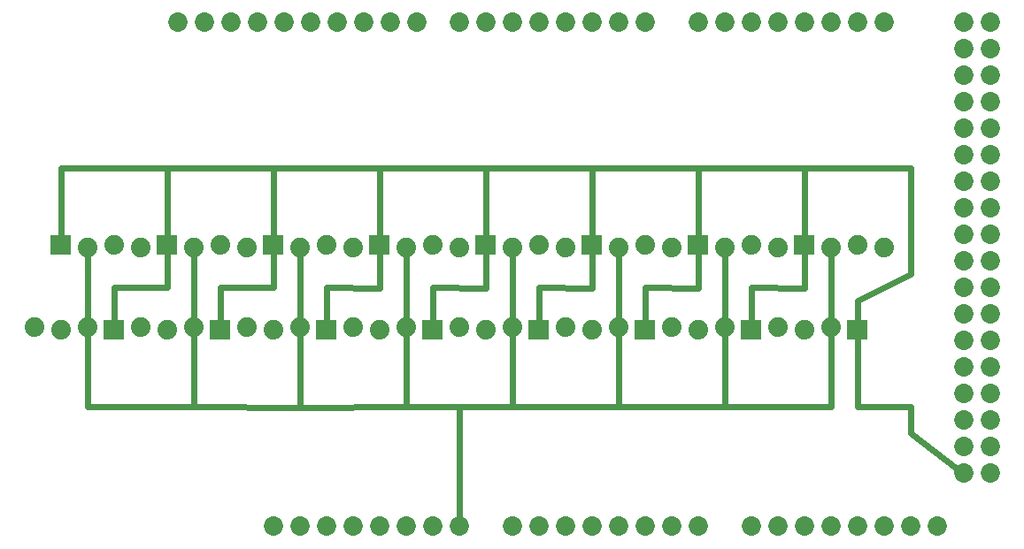
<source format=gbl>
G04 MADE WITH FRITZING*
G04 WWW.FRITZING.ORG*
G04 DOUBLE SIDED*
G04 HOLES PLATED*
G04 CONTOUR ON CENTER OF CONTOUR VECTOR*
%ASAXBY*%
%FSLAX23Y23*%
%MOIN*%
%OFA0B0*%
%SFA1.0B1.0*%
%ADD10C,0.072917*%
%ADD11C,0.074000*%
%ADD12C,0.024000*%
%ADD13R,0.001000X0.001000*%
%LNCOPPER0*%
G90*
G70*
G54D10*
X3013Y155D03*
X1413Y155D03*
X3113Y155D03*
X3213Y155D03*
X3313Y155D03*
X3413Y155D03*
X3713Y1555D03*
X3513Y155D03*
X3613Y155D03*
X1453Y2055D03*
X2013Y155D03*
X2113Y155D03*
X2213Y155D03*
X2313Y155D03*
X3713Y755D03*
X2413Y155D03*
X2513Y155D03*
X2613Y155D03*
X2713Y155D03*
X2213Y2055D03*
X3713Y1955D03*
X3713Y1155D03*
X3713Y355D03*
X1053Y2055D03*
X1813Y155D03*
X1813Y2055D03*
X3713Y1755D03*
X3713Y1355D03*
X3713Y955D03*
X3413Y2055D03*
X3713Y555D03*
X3313Y2055D03*
X3213Y2055D03*
X3113Y2055D03*
X3013Y2055D03*
X2913Y2055D03*
X2813Y2055D03*
X2713Y2055D03*
X853Y2055D03*
X1253Y2055D03*
X1653Y2055D03*
X1213Y155D03*
X1613Y155D03*
X2413Y2055D03*
X2013Y2055D03*
X3713Y2055D03*
X3713Y1855D03*
X3713Y1655D03*
X3713Y1455D03*
X3713Y1255D03*
X3713Y1055D03*
X3713Y855D03*
X3713Y655D03*
X3713Y455D03*
X753Y2055D03*
X953Y2055D03*
X1153Y2055D03*
X1353Y2055D03*
X1553Y2055D03*
X1113Y155D03*
X1313Y155D03*
X1513Y155D03*
X1713Y155D03*
X2513Y2055D03*
X2313Y2055D03*
X2113Y2055D03*
X1913Y2055D03*
X3813Y2055D03*
X3813Y1955D03*
X3813Y1855D03*
X3813Y1755D03*
X3813Y1655D03*
X3813Y1555D03*
X3813Y1455D03*
X3813Y1355D03*
X3813Y1255D03*
X3813Y1155D03*
X3813Y1055D03*
X3813Y955D03*
X3813Y855D03*
X3813Y755D03*
X3813Y655D03*
X3813Y555D03*
X3813Y455D03*
X3813Y355D03*
X2913Y155D03*
G54D11*
X2713Y1215D03*
X2813Y1205D03*
X2913Y1215D03*
X3013Y1205D03*
X3113Y1215D03*
X3213Y1205D03*
X3313Y1215D03*
X3413Y1205D03*
X2113Y895D03*
X2013Y905D03*
X1913Y895D03*
X1813Y905D03*
X2913Y895D03*
X2813Y905D03*
X2713Y895D03*
X2613Y905D03*
X3313Y895D03*
X3213Y905D03*
X3113Y895D03*
X3013Y905D03*
X513Y895D03*
X413Y905D03*
X313Y895D03*
X213Y905D03*
X2513Y895D03*
X2413Y905D03*
X2313Y895D03*
X2213Y905D03*
X1713Y895D03*
X1613Y905D03*
X1513Y895D03*
X1413Y905D03*
X913Y895D03*
X813Y905D03*
X713Y895D03*
X613Y905D03*
X313Y1215D03*
X413Y1205D03*
X513Y1215D03*
X613Y1205D03*
X713Y1215D03*
X813Y1205D03*
X913Y1215D03*
X1013Y1205D03*
X1113Y1215D03*
X1213Y1205D03*
X1313Y1215D03*
X1413Y1205D03*
X1513Y1215D03*
X1613Y1205D03*
X1713Y1215D03*
X1813Y1205D03*
X1913Y1215D03*
X2013Y1205D03*
X2113Y1215D03*
X2213Y1205D03*
X2313Y1215D03*
X2413Y1205D03*
X2513Y1215D03*
X2613Y1205D03*
X1313Y895D03*
X1213Y905D03*
X1113Y895D03*
X1013Y905D03*
G54D12*
X1814Y605D02*
X2014Y605D01*
D02*
X1813Y185D02*
X1814Y605D01*
D02*
X2014Y605D02*
X2013Y874D01*
D02*
X3313Y1005D02*
X3513Y1105D01*
D02*
X3513Y1105D02*
X3513Y1505D01*
D02*
X3113Y1505D02*
X3113Y1246D01*
D02*
X3313Y926D02*
X3313Y1005D01*
D02*
X3513Y1505D02*
X3113Y1505D01*
D02*
X3513Y505D02*
X3513Y605D01*
D02*
X3313Y605D02*
X3313Y864D01*
D02*
X3689Y373D02*
X3513Y505D01*
D02*
X3513Y605D02*
X3313Y605D01*
D02*
X2914Y1056D02*
X2913Y926D01*
D02*
X3113Y1184D02*
X3113Y1054D01*
D02*
X3113Y1054D02*
X2914Y1056D01*
D02*
X1314Y1056D02*
X1313Y926D01*
D02*
X1513Y1184D02*
X1513Y1054D01*
D02*
X1513Y1054D02*
X1314Y1056D01*
D02*
X1714Y1056D02*
X1913Y1054D01*
D02*
X1713Y926D02*
X1714Y1056D01*
D02*
X1913Y1054D02*
X1913Y1184D01*
D02*
X2114Y1056D02*
X2113Y926D01*
D02*
X2313Y1184D02*
X2313Y1054D01*
D02*
X2313Y1054D02*
X2114Y1056D01*
D02*
X2514Y1056D02*
X2513Y926D01*
D02*
X2713Y1184D02*
X2713Y1054D01*
D02*
X2713Y1054D02*
X2514Y1056D01*
D02*
X514Y1056D02*
X513Y926D01*
D02*
X713Y1184D02*
X713Y1056D01*
D02*
X713Y1056D02*
X514Y1056D01*
D02*
X914Y1056D02*
X1113Y1056D01*
D02*
X913Y926D02*
X914Y1056D01*
D02*
X1113Y1056D02*
X1113Y1184D01*
D02*
X2013Y936D02*
X2013Y1174D01*
D02*
X1613Y936D02*
X1613Y1174D01*
D02*
X1213Y936D02*
X1213Y1174D01*
D02*
X813Y936D02*
X813Y1174D01*
D02*
X413Y936D02*
X413Y1174D01*
D02*
X2813Y605D02*
X3213Y605D01*
D02*
X3213Y605D02*
X3213Y874D01*
D02*
X2813Y874D02*
X2813Y605D01*
D02*
X3213Y1174D02*
X3213Y936D01*
D02*
X2813Y936D02*
X2813Y1174D01*
D02*
X2413Y936D02*
X2413Y1174D01*
D02*
X1215Y603D02*
X1213Y874D01*
D02*
X1613Y605D02*
X1215Y603D01*
D02*
X1613Y605D02*
X1613Y874D01*
D02*
X2013Y605D02*
X1613Y605D01*
D02*
X2413Y605D02*
X2013Y605D01*
D02*
X2013Y605D02*
X2013Y874D01*
D02*
X2413Y874D02*
X2413Y605D01*
D02*
X2413Y605D02*
X2413Y874D01*
D02*
X2813Y605D02*
X2413Y605D01*
D02*
X2813Y874D02*
X2813Y605D01*
D02*
X3113Y1505D02*
X3113Y1246D01*
D02*
X2713Y1505D02*
X3113Y1505D01*
D02*
X2713Y1246D02*
X2713Y1505D01*
D02*
X2713Y1505D02*
X2713Y1246D01*
D02*
X2313Y1505D02*
X2713Y1505D01*
D02*
X2313Y1246D02*
X2313Y1505D01*
D02*
X2313Y1505D02*
X2313Y1246D01*
D02*
X1913Y1505D02*
X2313Y1505D01*
D02*
X1913Y1246D02*
X1913Y1505D01*
D02*
X1913Y1505D02*
X1913Y1246D01*
D02*
X1513Y1505D02*
X1913Y1505D01*
D02*
X1513Y1246D02*
X1513Y1505D01*
D02*
X1113Y1505D02*
X1113Y1246D01*
D02*
X1513Y1505D02*
X1113Y1505D01*
D02*
X1513Y1246D02*
X1513Y1505D01*
D02*
X1113Y1505D02*
X713Y1505D01*
D02*
X713Y1505D02*
X713Y1246D01*
D02*
X1113Y1246D02*
X1113Y1505D01*
D02*
X413Y605D02*
X413Y874D01*
D02*
X813Y605D02*
X413Y605D01*
D02*
X813Y605D02*
X813Y874D01*
D02*
X1215Y603D02*
X813Y605D01*
D02*
X313Y1505D02*
X313Y1246D01*
D02*
X713Y1505D02*
X313Y1505D01*
D02*
X713Y1246D02*
X713Y1505D01*
G54D13*
X276Y1252D02*
X349Y1252D01*
X676Y1252D02*
X749Y1252D01*
X1076Y1252D02*
X1149Y1252D01*
X1476Y1252D02*
X1549Y1252D01*
X1876Y1252D02*
X1949Y1252D01*
X2276Y1252D02*
X2349Y1252D01*
X2676Y1252D02*
X2749Y1252D01*
X3076Y1252D02*
X3149Y1252D01*
X276Y1251D02*
X349Y1251D01*
X676Y1251D02*
X749Y1251D01*
X1076Y1251D02*
X1149Y1251D01*
X1476Y1251D02*
X1549Y1251D01*
X1876Y1251D02*
X1949Y1251D01*
X2276Y1251D02*
X2349Y1251D01*
X2676Y1251D02*
X2749Y1251D01*
X3076Y1251D02*
X3149Y1251D01*
X276Y1250D02*
X349Y1250D01*
X676Y1250D02*
X749Y1250D01*
X1076Y1250D02*
X1149Y1250D01*
X1476Y1250D02*
X1549Y1250D01*
X1876Y1250D02*
X1949Y1250D01*
X2276Y1250D02*
X2349Y1250D01*
X2676Y1250D02*
X2749Y1250D01*
X3076Y1250D02*
X3149Y1250D01*
X276Y1249D02*
X349Y1249D01*
X676Y1249D02*
X749Y1249D01*
X1076Y1249D02*
X1149Y1249D01*
X1476Y1249D02*
X1549Y1249D01*
X1876Y1249D02*
X1949Y1249D01*
X2276Y1249D02*
X2349Y1249D01*
X2676Y1249D02*
X2749Y1249D01*
X3076Y1249D02*
X3149Y1249D01*
X276Y1248D02*
X349Y1248D01*
X676Y1248D02*
X749Y1248D01*
X1076Y1248D02*
X1149Y1248D01*
X1476Y1248D02*
X1549Y1248D01*
X1876Y1248D02*
X1949Y1248D01*
X2276Y1248D02*
X2349Y1248D01*
X2676Y1248D02*
X2749Y1248D01*
X3076Y1248D02*
X3149Y1248D01*
X276Y1247D02*
X349Y1247D01*
X676Y1247D02*
X749Y1247D01*
X1076Y1247D02*
X1149Y1247D01*
X1476Y1247D02*
X1549Y1247D01*
X1876Y1247D02*
X1949Y1247D01*
X2276Y1247D02*
X2349Y1247D01*
X2676Y1247D02*
X2749Y1247D01*
X3076Y1247D02*
X3149Y1247D01*
X276Y1246D02*
X349Y1246D01*
X676Y1246D02*
X749Y1246D01*
X1076Y1246D02*
X1149Y1246D01*
X1476Y1246D02*
X1549Y1246D01*
X1876Y1246D02*
X1949Y1246D01*
X2276Y1246D02*
X2349Y1246D01*
X2676Y1246D02*
X2749Y1246D01*
X3076Y1246D02*
X3149Y1246D01*
X276Y1245D02*
X349Y1245D01*
X676Y1245D02*
X749Y1245D01*
X1076Y1245D02*
X1149Y1245D01*
X1476Y1245D02*
X1549Y1245D01*
X1876Y1245D02*
X1949Y1245D01*
X2276Y1245D02*
X2349Y1245D01*
X2676Y1245D02*
X2749Y1245D01*
X3076Y1245D02*
X3149Y1245D01*
X276Y1244D02*
X349Y1244D01*
X676Y1244D02*
X749Y1244D01*
X1076Y1244D02*
X1149Y1244D01*
X1476Y1244D02*
X1549Y1244D01*
X1876Y1244D02*
X1949Y1244D01*
X2276Y1244D02*
X2349Y1244D01*
X2676Y1244D02*
X2749Y1244D01*
X3076Y1244D02*
X3149Y1244D01*
X276Y1243D02*
X349Y1243D01*
X676Y1243D02*
X749Y1243D01*
X1076Y1243D02*
X1149Y1243D01*
X1476Y1243D02*
X1549Y1243D01*
X1876Y1243D02*
X1949Y1243D01*
X2276Y1243D02*
X2349Y1243D01*
X2676Y1243D02*
X2749Y1243D01*
X3076Y1243D02*
X3149Y1243D01*
X276Y1242D02*
X349Y1242D01*
X676Y1242D02*
X749Y1242D01*
X1076Y1242D02*
X1149Y1242D01*
X1476Y1242D02*
X1549Y1242D01*
X1876Y1242D02*
X1949Y1242D01*
X2276Y1242D02*
X2349Y1242D01*
X2676Y1242D02*
X2749Y1242D01*
X3076Y1242D02*
X3149Y1242D01*
X276Y1241D02*
X349Y1241D01*
X676Y1241D02*
X749Y1241D01*
X1076Y1241D02*
X1149Y1241D01*
X1476Y1241D02*
X1549Y1241D01*
X1876Y1241D02*
X1949Y1241D01*
X2276Y1241D02*
X2349Y1241D01*
X2676Y1241D02*
X2749Y1241D01*
X3076Y1241D02*
X3149Y1241D01*
X276Y1240D02*
X349Y1240D01*
X676Y1240D02*
X749Y1240D01*
X1076Y1240D02*
X1149Y1240D01*
X1476Y1240D02*
X1549Y1240D01*
X1876Y1240D02*
X1949Y1240D01*
X2276Y1240D02*
X2349Y1240D01*
X2676Y1240D02*
X2749Y1240D01*
X3076Y1240D02*
X3149Y1240D01*
X276Y1239D02*
X349Y1239D01*
X676Y1239D02*
X749Y1239D01*
X1076Y1239D02*
X1149Y1239D01*
X1476Y1239D02*
X1549Y1239D01*
X1876Y1239D02*
X1949Y1239D01*
X2276Y1239D02*
X2349Y1239D01*
X2676Y1239D02*
X2749Y1239D01*
X3076Y1239D02*
X3149Y1239D01*
X276Y1238D02*
X349Y1238D01*
X676Y1238D02*
X749Y1238D01*
X1076Y1238D02*
X1149Y1238D01*
X1476Y1238D02*
X1549Y1238D01*
X1876Y1238D02*
X1949Y1238D01*
X2276Y1238D02*
X2349Y1238D01*
X2676Y1238D02*
X2749Y1238D01*
X3076Y1238D02*
X3149Y1238D01*
X276Y1237D02*
X349Y1237D01*
X676Y1237D02*
X749Y1237D01*
X1076Y1237D02*
X1149Y1237D01*
X1476Y1237D02*
X1549Y1237D01*
X1876Y1237D02*
X1949Y1237D01*
X2276Y1237D02*
X2349Y1237D01*
X2676Y1237D02*
X2749Y1237D01*
X3076Y1237D02*
X3149Y1237D01*
X276Y1236D02*
X349Y1236D01*
X676Y1236D02*
X749Y1236D01*
X1076Y1236D02*
X1149Y1236D01*
X1476Y1236D02*
X1549Y1236D01*
X1876Y1236D02*
X1949Y1236D01*
X2276Y1236D02*
X2349Y1236D01*
X2676Y1236D02*
X2749Y1236D01*
X3076Y1236D02*
X3149Y1236D01*
X276Y1235D02*
X308Y1235D01*
X318Y1235D02*
X349Y1235D01*
X676Y1235D02*
X708Y1235D01*
X718Y1235D02*
X749Y1235D01*
X1076Y1235D02*
X1108Y1235D01*
X1118Y1235D02*
X1149Y1235D01*
X1476Y1235D02*
X1508Y1235D01*
X1518Y1235D02*
X1549Y1235D01*
X1876Y1235D02*
X1908Y1235D01*
X1917Y1235D02*
X1949Y1235D01*
X2276Y1235D02*
X2308Y1235D01*
X2317Y1235D02*
X2349Y1235D01*
X2676Y1235D02*
X2708Y1235D01*
X2717Y1235D02*
X2749Y1235D01*
X3076Y1235D02*
X3108Y1235D01*
X3117Y1235D02*
X3149Y1235D01*
X276Y1234D02*
X305Y1234D01*
X321Y1234D02*
X349Y1234D01*
X676Y1234D02*
X705Y1234D01*
X721Y1234D02*
X749Y1234D01*
X1076Y1234D02*
X1105Y1234D01*
X1121Y1234D02*
X1149Y1234D01*
X1476Y1234D02*
X1505Y1234D01*
X1521Y1234D02*
X1549Y1234D01*
X1876Y1234D02*
X1905Y1234D01*
X1921Y1234D02*
X1949Y1234D01*
X2276Y1234D02*
X2305Y1234D01*
X2321Y1234D02*
X2349Y1234D01*
X2676Y1234D02*
X2705Y1234D01*
X2721Y1234D02*
X2749Y1234D01*
X3076Y1234D02*
X3105Y1234D01*
X3121Y1234D02*
X3149Y1234D01*
X276Y1233D02*
X303Y1233D01*
X323Y1233D02*
X349Y1233D01*
X676Y1233D02*
X703Y1233D01*
X723Y1233D02*
X749Y1233D01*
X1076Y1233D02*
X1103Y1233D01*
X1123Y1233D02*
X1149Y1233D01*
X1476Y1233D02*
X1503Y1233D01*
X1523Y1233D02*
X1549Y1233D01*
X1876Y1233D02*
X1903Y1233D01*
X1923Y1233D02*
X1949Y1233D01*
X2276Y1233D02*
X2303Y1233D01*
X2323Y1233D02*
X2349Y1233D01*
X2676Y1233D02*
X2703Y1233D01*
X2723Y1233D02*
X2749Y1233D01*
X3076Y1233D02*
X3103Y1233D01*
X3123Y1233D02*
X3149Y1233D01*
X276Y1232D02*
X301Y1232D01*
X324Y1232D02*
X349Y1232D01*
X676Y1232D02*
X701Y1232D01*
X724Y1232D02*
X749Y1232D01*
X1076Y1232D02*
X1101Y1232D01*
X1124Y1232D02*
X1149Y1232D01*
X1476Y1232D02*
X1501Y1232D01*
X1524Y1232D02*
X1549Y1232D01*
X1876Y1232D02*
X1901Y1232D01*
X1924Y1232D02*
X1949Y1232D01*
X2276Y1232D02*
X2301Y1232D01*
X2324Y1232D02*
X2349Y1232D01*
X2676Y1232D02*
X2701Y1232D01*
X2724Y1232D02*
X2749Y1232D01*
X3076Y1232D02*
X3101Y1232D01*
X3124Y1232D02*
X3149Y1232D01*
X276Y1231D02*
X300Y1231D01*
X326Y1231D02*
X349Y1231D01*
X676Y1231D02*
X700Y1231D01*
X726Y1231D02*
X749Y1231D01*
X1076Y1231D02*
X1100Y1231D01*
X1126Y1231D02*
X1149Y1231D01*
X1476Y1231D02*
X1500Y1231D01*
X1526Y1231D02*
X1549Y1231D01*
X1876Y1231D02*
X1900Y1231D01*
X1926Y1231D02*
X1949Y1231D01*
X2276Y1231D02*
X2300Y1231D01*
X2326Y1231D02*
X2349Y1231D01*
X2676Y1231D02*
X2700Y1231D01*
X2726Y1231D02*
X2749Y1231D01*
X3076Y1231D02*
X3100Y1231D01*
X3126Y1231D02*
X3149Y1231D01*
X276Y1230D02*
X299Y1230D01*
X327Y1230D02*
X349Y1230D01*
X676Y1230D02*
X699Y1230D01*
X727Y1230D02*
X749Y1230D01*
X1076Y1230D02*
X1099Y1230D01*
X1127Y1230D02*
X1149Y1230D01*
X1476Y1230D02*
X1499Y1230D01*
X1527Y1230D02*
X1549Y1230D01*
X1876Y1230D02*
X1898Y1230D01*
X1927Y1230D02*
X1949Y1230D01*
X2276Y1230D02*
X2298Y1230D01*
X2327Y1230D02*
X2349Y1230D01*
X2676Y1230D02*
X2698Y1230D01*
X2727Y1230D02*
X2749Y1230D01*
X3076Y1230D02*
X3098Y1230D01*
X3127Y1230D02*
X3149Y1230D01*
X276Y1229D02*
X298Y1229D01*
X328Y1229D02*
X349Y1229D01*
X676Y1229D02*
X698Y1229D01*
X728Y1229D02*
X749Y1229D01*
X1076Y1229D02*
X1098Y1229D01*
X1128Y1229D02*
X1149Y1229D01*
X1476Y1229D02*
X1498Y1229D01*
X1528Y1229D02*
X1549Y1229D01*
X1876Y1229D02*
X1898Y1229D01*
X1928Y1229D02*
X1949Y1229D01*
X2276Y1229D02*
X2297Y1229D01*
X2328Y1229D02*
X2349Y1229D01*
X2676Y1229D02*
X2697Y1229D01*
X2728Y1229D02*
X2749Y1229D01*
X3076Y1229D02*
X3097Y1229D01*
X3128Y1229D02*
X3149Y1229D01*
X276Y1228D02*
X297Y1228D01*
X329Y1228D02*
X349Y1228D01*
X676Y1228D02*
X697Y1228D01*
X729Y1228D02*
X749Y1228D01*
X1076Y1228D02*
X1097Y1228D01*
X1129Y1228D02*
X1149Y1228D01*
X1476Y1228D02*
X1497Y1228D01*
X1529Y1228D02*
X1549Y1228D01*
X1876Y1228D02*
X1897Y1228D01*
X1929Y1228D02*
X1949Y1228D01*
X2276Y1228D02*
X2297Y1228D01*
X2329Y1228D02*
X2349Y1228D01*
X2676Y1228D02*
X2697Y1228D01*
X2729Y1228D02*
X2749Y1228D01*
X3076Y1228D02*
X3097Y1228D01*
X3129Y1228D02*
X3149Y1228D01*
X276Y1227D02*
X296Y1227D01*
X330Y1227D02*
X349Y1227D01*
X676Y1227D02*
X696Y1227D01*
X730Y1227D02*
X749Y1227D01*
X1076Y1227D02*
X1096Y1227D01*
X1130Y1227D02*
X1149Y1227D01*
X1476Y1227D02*
X1496Y1227D01*
X1530Y1227D02*
X1549Y1227D01*
X1876Y1227D02*
X1896Y1227D01*
X1929Y1227D02*
X1949Y1227D01*
X2276Y1227D02*
X2296Y1227D01*
X2329Y1227D02*
X2349Y1227D01*
X2676Y1227D02*
X2696Y1227D01*
X2729Y1227D02*
X2749Y1227D01*
X3076Y1227D02*
X3096Y1227D01*
X3129Y1227D02*
X3149Y1227D01*
X276Y1226D02*
X295Y1226D01*
X330Y1226D02*
X349Y1226D01*
X676Y1226D02*
X695Y1226D01*
X730Y1226D02*
X749Y1226D01*
X1076Y1226D02*
X1095Y1226D01*
X1130Y1226D02*
X1149Y1226D01*
X1476Y1226D02*
X1495Y1226D01*
X1530Y1226D02*
X1549Y1226D01*
X1876Y1226D02*
X1895Y1226D01*
X1930Y1226D02*
X1949Y1226D01*
X2276Y1226D02*
X2295Y1226D01*
X2330Y1226D02*
X2349Y1226D01*
X2676Y1226D02*
X2695Y1226D01*
X2730Y1226D02*
X2749Y1226D01*
X3076Y1226D02*
X3095Y1226D01*
X3130Y1226D02*
X3149Y1226D01*
X276Y1225D02*
X295Y1225D01*
X331Y1225D02*
X349Y1225D01*
X676Y1225D02*
X695Y1225D01*
X731Y1225D02*
X749Y1225D01*
X1076Y1225D02*
X1095Y1225D01*
X1131Y1225D02*
X1149Y1225D01*
X1476Y1225D02*
X1495Y1225D01*
X1531Y1225D02*
X1549Y1225D01*
X1876Y1225D02*
X1895Y1225D01*
X1931Y1225D02*
X1949Y1225D01*
X2276Y1225D02*
X2295Y1225D01*
X2331Y1225D02*
X2349Y1225D01*
X2676Y1225D02*
X2695Y1225D01*
X2731Y1225D02*
X2749Y1225D01*
X3076Y1225D02*
X3095Y1225D01*
X3131Y1225D02*
X3149Y1225D01*
X276Y1224D02*
X294Y1224D01*
X331Y1224D02*
X349Y1224D01*
X676Y1224D02*
X694Y1224D01*
X731Y1224D02*
X749Y1224D01*
X1076Y1224D02*
X1094Y1224D01*
X1131Y1224D02*
X1149Y1224D01*
X1476Y1224D02*
X1494Y1224D01*
X1531Y1224D02*
X1549Y1224D01*
X1876Y1224D02*
X1894Y1224D01*
X1931Y1224D02*
X1949Y1224D01*
X2276Y1224D02*
X2294Y1224D01*
X2331Y1224D02*
X2349Y1224D01*
X2676Y1224D02*
X2694Y1224D01*
X2731Y1224D02*
X2749Y1224D01*
X3076Y1224D02*
X3094Y1224D01*
X3131Y1224D02*
X3149Y1224D01*
X276Y1223D02*
X294Y1223D01*
X332Y1223D02*
X349Y1223D01*
X676Y1223D02*
X694Y1223D01*
X732Y1223D02*
X749Y1223D01*
X1076Y1223D02*
X1094Y1223D01*
X1132Y1223D02*
X1149Y1223D01*
X1476Y1223D02*
X1494Y1223D01*
X1532Y1223D02*
X1549Y1223D01*
X1876Y1223D02*
X1894Y1223D01*
X1932Y1223D02*
X1949Y1223D01*
X2276Y1223D02*
X2294Y1223D01*
X2332Y1223D02*
X2349Y1223D01*
X2676Y1223D02*
X2694Y1223D01*
X2732Y1223D02*
X2749Y1223D01*
X3076Y1223D02*
X3094Y1223D01*
X3132Y1223D02*
X3149Y1223D01*
X276Y1222D02*
X293Y1222D01*
X332Y1222D02*
X349Y1222D01*
X676Y1222D02*
X693Y1222D01*
X732Y1222D02*
X749Y1222D01*
X1076Y1222D02*
X1093Y1222D01*
X1132Y1222D02*
X1149Y1222D01*
X1476Y1222D02*
X1493Y1222D01*
X1532Y1222D02*
X1549Y1222D01*
X1876Y1222D02*
X1893Y1222D01*
X1932Y1222D02*
X1949Y1222D01*
X2276Y1222D02*
X2293Y1222D01*
X2332Y1222D02*
X2349Y1222D01*
X2676Y1222D02*
X2693Y1222D01*
X2732Y1222D02*
X2749Y1222D01*
X3076Y1222D02*
X3093Y1222D01*
X3132Y1222D02*
X3149Y1222D01*
X276Y1221D02*
X293Y1221D01*
X332Y1221D02*
X349Y1221D01*
X676Y1221D02*
X693Y1221D01*
X732Y1221D02*
X749Y1221D01*
X1076Y1221D02*
X1093Y1221D01*
X1132Y1221D02*
X1149Y1221D01*
X1476Y1221D02*
X1493Y1221D01*
X1532Y1221D02*
X1549Y1221D01*
X1876Y1221D02*
X1893Y1221D01*
X1932Y1221D02*
X1949Y1221D01*
X2276Y1221D02*
X2293Y1221D01*
X2332Y1221D02*
X2349Y1221D01*
X2676Y1221D02*
X2693Y1221D01*
X2732Y1221D02*
X2749Y1221D01*
X3076Y1221D02*
X3093Y1221D01*
X3132Y1221D02*
X3149Y1221D01*
X276Y1220D02*
X293Y1220D01*
X333Y1220D02*
X349Y1220D01*
X676Y1220D02*
X693Y1220D01*
X733Y1220D02*
X749Y1220D01*
X1076Y1220D02*
X1093Y1220D01*
X1133Y1220D02*
X1149Y1220D01*
X1476Y1220D02*
X1493Y1220D01*
X1533Y1220D02*
X1549Y1220D01*
X1876Y1220D02*
X1893Y1220D01*
X1933Y1220D02*
X1949Y1220D01*
X2276Y1220D02*
X2293Y1220D01*
X2333Y1220D02*
X2349Y1220D01*
X2676Y1220D02*
X2693Y1220D01*
X2733Y1220D02*
X2749Y1220D01*
X3076Y1220D02*
X3093Y1220D01*
X3133Y1220D02*
X3149Y1220D01*
X276Y1219D02*
X293Y1219D01*
X333Y1219D02*
X349Y1219D01*
X676Y1219D02*
X693Y1219D01*
X733Y1219D02*
X749Y1219D01*
X1076Y1219D02*
X1093Y1219D01*
X1133Y1219D02*
X1149Y1219D01*
X1476Y1219D02*
X1493Y1219D01*
X1533Y1219D02*
X1549Y1219D01*
X1876Y1219D02*
X1893Y1219D01*
X1933Y1219D02*
X1949Y1219D01*
X2276Y1219D02*
X2293Y1219D01*
X2333Y1219D02*
X2349Y1219D01*
X2676Y1219D02*
X2692Y1219D01*
X2733Y1219D02*
X2749Y1219D01*
X3076Y1219D02*
X3092Y1219D01*
X3133Y1219D02*
X3149Y1219D01*
X276Y1218D02*
X293Y1218D01*
X333Y1218D02*
X349Y1218D01*
X676Y1218D02*
X692Y1218D01*
X733Y1218D02*
X749Y1218D01*
X1076Y1218D02*
X1092Y1218D01*
X1133Y1218D02*
X1149Y1218D01*
X1476Y1218D02*
X1492Y1218D01*
X1533Y1218D02*
X1549Y1218D01*
X1876Y1218D02*
X1892Y1218D01*
X1933Y1218D02*
X1949Y1218D01*
X2276Y1218D02*
X2292Y1218D01*
X2333Y1218D02*
X2349Y1218D01*
X2676Y1218D02*
X2692Y1218D01*
X2733Y1218D02*
X2749Y1218D01*
X3076Y1218D02*
X3092Y1218D01*
X3133Y1218D02*
X3149Y1218D01*
X276Y1217D02*
X292Y1217D01*
X333Y1217D02*
X349Y1217D01*
X676Y1217D02*
X692Y1217D01*
X733Y1217D02*
X749Y1217D01*
X1076Y1217D02*
X1092Y1217D01*
X1133Y1217D02*
X1149Y1217D01*
X1476Y1217D02*
X1492Y1217D01*
X1533Y1217D02*
X1549Y1217D01*
X1876Y1217D02*
X1892Y1217D01*
X1933Y1217D02*
X1949Y1217D01*
X2276Y1217D02*
X2292Y1217D01*
X2333Y1217D02*
X2349Y1217D01*
X2676Y1217D02*
X2692Y1217D01*
X2733Y1217D02*
X2749Y1217D01*
X3076Y1217D02*
X3092Y1217D01*
X3133Y1217D02*
X3149Y1217D01*
X276Y1216D02*
X292Y1216D01*
X333Y1216D02*
X349Y1216D01*
X676Y1216D02*
X692Y1216D01*
X733Y1216D02*
X749Y1216D01*
X1076Y1216D02*
X1092Y1216D01*
X1133Y1216D02*
X1149Y1216D01*
X1476Y1216D02*
X1492Y1216D01*
X1533Y1216D02*
X1549Y1216D01*
X1876Y1216D02*
X1892Y1216D01*
X1933Y1216D02*
X1949Y1216D01*
X2276Y1216D02*
X2292Y1216D01*
X2333Y1216D02*
X2349Y1216D01*
X2676Y1216D02*
X2692Y1216D01*
X2733Y1216D02*
X2749Y1216D01*
X3076Y1216D02*
X3092Y1216D01*
X3133Y1216D02*
X3149Y1216D01*
X276Y1215D02*
X292Y1215D01*
X333Y1215D02*
X349Y1215D01*
X676Y1215D02*
X692Y1215D01*
X733Y1215D02*
X749Y1215D01*
X1076Y1215D02*
X1092Y1215D01*
X1133Y1215D02*
X1149Y1215D01*
X1476Y1215D02*
X1492Y1215D01*
X1533Y1215D02*
X1549Y1215D01*
X1876Y1215D02*
X1892Y1215D01*
X1933Y1215D02*
X1949Y1215D01*
X2276Y1215D02*
X2292Y1215D01*
X2333Y1215D02*
X2349Y1215D01*
X2676Y1215D02*
X2692Y1215D01*
X2733Y1215D02*
X2749Y1215D01*
X3076Y1215D02*
X3092Y1215D01*
X3133Y1215D02*
X3149Y1215D01*
X276Y1214D02*
X292Y1214D01*
X333Y1214D02*
X349Y1214D01*
X676Y1214D02*
X692Y1214D01*
X733Y1214D02*
X749Y1214D01*
X1076Y1214D02*
X1092Y1214D01*
X1133Y1214D02*
X1149Y1214D01*
X1476Y1214D02*
X1492Y1214D01*
X1533Y1214D02*
X1549Y1214D01*
X1876Y1214D02*
X1892Y1214D01*
X1933Y1214D02*
X1949Y1214D01*
X2276Y1214D02*
X2292Y1214D01*
X2333Y1214D02*
X2349Y1214D01*
X2676Y1214D02*
X2692Y1214D01*
X2733Y1214D02*
X2749Y1214D01*
X3076Y1214D02*
X3092Y1214D01*
X3133Y1214D02*
X3149Y1214D01*
X276Y1213D02*
X293Y1213D01*
X333Y1213D02*
X349Y1213D01*
X676Y1213D02*
X692Y1213D01*
X733Y1213D02*
X749Y1213D01*
X1076Y1213D02*
X1092Y1213D01*
X1133Y1213D02*
X1149Y1213D01*
X1476Y1213D02*
X1492Y1213D01*
X1533Y1213D02*
X1549Y1213D01*
X1876Y1213D02*
X1892Y1213D01*
X1933Y1213D02*
X1949Y1213D01*
X2276Y1213D02*
X2292Y1213D01*
X2333Y1213D02*
X2349Y1213D01*
X2676Y1213D02*
X2692Y1213D01*
X2733Y1213D02*
X2749Y1213D01*
X3076Y1213D02*
X3092Y1213D01*
X3133Y1213D02*
X3149Y1213D01*
X276Y1212D02*
X293Y1212D01*
X333Y1212D02*
X349Y1212D01*
X676Y1212D02*
X693Y1212D01*
X733Y1212D02*
X749Y1212D01*
X1076Y1212D02*
X1093Y1212D01*
X1133Y1212D02*
X1149Y1212D01*
X1476Y1212D02*
X1493Y1212D01*
X1533Y1212D02*
X1549Y1212D01*
X1876Y1212D02*
X1893Y1212D01*
X1933Y1212D02*
X1949Y1212D01*
X2276Y1212D02*
X2293Y1212D01*
X2333Y1212D02*
X2349Y1212D01*
X2676Y1212D02*
X2692Y1212D01*
X2733Y1212D02*
X2749Y1212D01*
X3076Y1212D02*
X3092Y1212D01*
X3133Y1212D02*
X3149Y1212D01*
X276Y1211D02*
X293Y1211D01*
X333Y1211D02*
X349Y1211D01*
X676Y1211D02*
X693Y1211D01*
X733Y1211D02*
X749Y1211D01*
X1076Y1211D02*
X1093Y1211D01*
X1133Y1211D02*
X1149Y1211D01*
X1476Y1211D02*
X1493Y1211D01*
X1533Y1211D02*
X1549Y1211D01*
X1876Y1211D02*
X1893Y1211D01*
X1933Y1211D02*
X1949Y1211D01*
X2276Y1211D02*
X2293Y1211D01*
X2333Y1211D02*
X2349Y1211D01*
X2676Y1211D02*
X2693Y1211D01*
X2733Y1211D02*
X2749Y1211D01*
X3076Y1211D02*
X3093Y1211D01*
X3133Y1211D02*
X3149Y1211D01*
X276Y1210D02*
X293Y1210D01*
X332Y1210D02*
X349Y1210D01*
X676Y1210D02*
X693Y1210D01*
X732Y1210D02*
X749Y1210D01*
X1076Y1210D02*
X1093Y1210D01*
X1132Y1210D02*
X1149Y1210D01*
X1476Y1210D02*
X1493Y1210D01*
X1532Y1210D02*
X1549Y1210D01*
X1876Y1210D02*
X1893Y1210D01*
X1932Y1210D02*
X1949Y1210D01*
X2276Y1210D02*
X2293Y1210D01*
X2332Y1210D02*
X2349Y1210D01*
X2676Y1210D02*
X2693Y1210D01*
X2732Y1210D02*
X2749Y1210D01*
X3076Y1210D02*
X3093Y1210D01*
X3132Y1210D02*
X3149Y1210D01*
X276Y1209D02*
X293Y1209D01*
X332Y1209D02*
X349Y1209D01*
X676Y1209D02*
X693Y1209D01*
X732Y1209D02*
X749Y1209D01*
X1076Y1209D02*
X1093Y1209D01*
X1132Y1209D02*
X1149Y1209D01*
X1476Y1209D02*
X1493Y1209D01*
X1532Y1209D02*
X1549Y1209D01*
X1876Y1209D02*
X1893Y1209D01*
X1932Y1209D02*
X1949Y1209D01*
X2276Y1209D02*
X2293Y1209D01*
X2332Y1209D02*
X2349Y1209D01*
X2676Y1209D02*
X2693Y1209D01*
X2732Y1209D02*
X2749Y1209D01*
X3076Y1209D02*
X3093Y1209D01*
X3132Y1209D02*
X3149Y1209D01*
X276Y1208D02*
X294Y1208D01*
X332Y1208D02*
X349Y1208D01*
X676Y1208D02*
X694Y1208D01*
X732Y1208D02*
X749Y1208D01*
X1076Y1208D02*
X1094Y1208D01*
X1132Y1208D02*
X1149Y1208D01*
X1476Y1208D02*
X1494Y1208D01*
X1532Y1208D02*
X1549Y1208D01*
X1876Y1208D02*
X1894Y1208D01*
X1932Y1208D02*
X1949Y1208D01*
X2276Y1208D02*
X2294Y1208D01*
X2332Y1208D02*
X2349Y1208D01*
X2676Y1208D02*
X2694Y1208D01*
X2732Y1208D02*
X2749Y1208D01*
X3076Y1208D02*
X3094Y1208D01*
X3132Y1208D02*
X3149Y1208D01*
X276Y1207D02*
X294Y1207D01*
X331Y1207D02*
X349Y1207D01*
X676Y1207D02*
X694Y1207D01*
X731Y1207D02*
X749Y1207D01*
X1076Y1207D02*
X1094Y1207D01*
X1131Y1207D02*
X1149Y1207D01*
X1476Y1207D02*
X1494Y1207D01*
X1531Y1207D02*
X1549Y1207D01*
X1876Y1207D02*
X1894Y1207D01*
X1931Y1207D02*
X1949Y1207D01*
X2276Y1207D02*
X2294Y1207D01*
X2331Y1207D02*
X2349Y1207D01*
X2676Y1207D02*
X2694Y1207D01*
X2731Y1207D02*
X2749Y1207D01*
X3076Y1207D02*
X3094Y1207D01*
X3131Y1207D02*
X3149Y1207D01*
X276Y1206D02*
X295Y1206D01*
X331Y1206D02*
X349Y1206D01*
X676Y1206D02*
X695Y1206D01*
X731Y1206D02*
X749Y1206D01*
X1076Y1206D02*
X1095Y1206D01*
X1131Y1206D02*
X1149Y1206D01*
X1476Y1206D02*
X1495Y1206D01*
X1531Y1206D02*
X1549Y1206D01*
X1876Y1206D02*
X1895Y1206D01*
X1931Y1206D02*
X1949Y1206D01*
X2276Y1206D02*
X2295Y1206D01*
X2331Y1206D02*
X2349Y1206D01*
X2676Y1206D02*
X2695Y1206D01*
X2731Y1206D02*
X2749Y1206D01*
X3076Y1206D02*
X3095Y1206D01*
X3131Y1206D02*
X3149Y1206D01*
X276Y1205D02*
X295Y1205D01*
X330Y1205D02*
X349Y1205D01*
X676Y1205D02*
X695Y1205D01*
X730Y1205D02*
X749Y1205D01*
X1076Y1205D02*
X1095Y1205D01*
X1130Y1205D02*
X1149Y1205D01*
X1476Y1205D02*
X1495Y1205D01*
X1530Y1205D02*
X1549Y1205D01*
X1876Y1205D02*
X1895Y1205D01*
X1930Y1205D02*
X1949Y1205D01*
X2276Y1205D02*
X2295Y1205D01*
X2330Y1205D02*
X2349Y1205D01*
X2676Y1205D02*
X2695Y1205D01*
X2730Y1205D02*
X2749Y1205D01*
X3076Y1205D02*
X3095Y1205D01*
X3130Y1205D02*
X3149Y1205D01*
X276Y1204D02*
X296Y1204D01*
X330Y1204D02*
X349Y1204D01*
X676Y1204D02*
X696Y1204D01*
X730Y1204D02*
X749Y1204D01*
X1076Y1204D02*
X1096Y1204D01*
X1130Y1204D02*
X1149Y1204D01*
X1476Y1204D02*
X1496Y1204D01*
X1530Y1204D02*
X1549Y1204D01*
X1876Y1204D02*
X1896Y1204D01*
X1929Y1204D02*
X1949Y1204D01*
X2276Y1204D02*
X2296Y1204D01*
X2329Y1204D02*
X2349Y1204D01*
X2676Y1204D02*
X2696Y1204D01*
X2729Y1204D02*
X2749Y1204D01*
X3076Y1204D02*
X3096Y1204D01*
X3129Y1204D02*
X3149Y1204D01*
X276Y1203D02*
X297Y1203D01*
X329Y1203D02*
X349Y1203D01*
X676Y1203D02*
X697Y1203D01*
X729Y1203D02*
X749Y1203D01*
X1076Y1203D02*
X1097Y1203D01*
X1129Y1203D02*
X1149Y1203D01*
X1476Y1203D02*
X1497Y1203D01*
X1529Y1203D02*
X1549Y1203D01*
X1876Y1203D02*
X1897Y1203D01*
X1929Y1203D02*
X1949Y1203D01*
X2276Y1203D02*
X2297Y1203D01*
X2329Y1203D02*
X2349Y1203D01*
X2676Y1203D02*
X2697Y1203D01*
X2729Y1203D02*
X2749Y1203D01*
X3076Y1203D02*
X3097Y1203D01*
X3129Y1203D02*
X3149Y1203D01*
X276Y1202D02*
X298Y1202D01*
X328Y1202D02*
X349Y1202D01*
X676Y1202D02*
X698Y1202D01*
X728Y1202D02*
X749Y1202D01*
X1076Y1202D02*
X1098Y1202D01*
X1128Y1202D02*
X1149Y1202D01*
X1476Y1202D02*
X1498Y1202D01*
X1528Y1202D02*
X1549Y1202D01*
X1876Y1202D02*
X1898Y1202D01*
X1928Y1202D02*
X1949Y1202D01*
X2276Y1202D02*
X2297Y1202D01*
X2328Y1202D02*
X2349Y1202D01*
X2676Y1202D02*
X2697Y1202D01*
X2728Y1202D02*
X2749Y1202D01*
X3076Y1202D02*
X3097Y1202D01*
X3128Y1202D02*
X3149Y1202D01*
X276Y1201D02*
X299Y1201D01*
X327Y1201D02*
X349Y1201D01*
X676Y1201D02*
X699Y1201D01*
X727Y1201D02*
X749Y1201D01*
X1076Y1201D02*
X1099Y1201D01*
X1127Y1201D02*
X1149Y1201D01*
X1476Y1201D02*
X1498Y1201D01*
X1527Y1201D02*
X1549Y1201D01*
X1876Y1201D02*
X1898Y1201D01*
X1927Y1201D02*
X1949Y1201D01*
X2276Y1201D02*
X2298Y1201D01*
X2327Y1201D02*
X2349Y1201D01*
X2676Y1201D02*
X2698Y1201D01*
X2727Y1201D02*
X2749Y1201D01*
X3076Y1201D02*
X3098Y1201D01*
X3127Y1201D02*
X3149Y1201D01*
X276Y1200D02*
X300Y1200D01*
X326Y1200D02*
X349Y1200D01*
X676Y1200D02*
X700Y1200D01*
X726Y1200D02*
X749Y1200D01*
X1076Y1200D02*
X1100Y1200D01*
X1126Y1200D02*
X1149Y1200D01*
X1476Y1200D02*
X1500Y1200D01*
X1526Y1200D02*
X1549Y1200D01*
X1876Y1200D02*
X1900Y1200D01*
X1926Y1200D02*
X1949Y1200D01*
X2276Y1200D02*
X2300Y1200D01*
X2326Y1200D02*
X2349Y1200D01*
X2676Y1200D02*
X2700Y1200D01*
X2726Y1200D02*
X2749Y1200D01*
X3076Y1200D02*
X3100Y1200D01*
X3126Y1200D02*
X3149Y1200D01*
X276Y1199D02*
X301Y1199D01*
X325Y1199D02*
X349Y1199D01*
X676Y1199D02*
X701Y1199D01*
X724Y1199D02*
X749Y1199D01*
X1076Y1199D02*
X1101Y1199D01*
X1124Y1199D02*
X1149Y1199D01*
X1476Y1199D02*
X1501Y1199D01*
X1524Y1199D02*
X1549Y1199D01*
X1876Y1199D02*
X1901Y1199D01*
X1924Y1199D02*
X1949Y1199D01*
X2276Y1199D02*
X2301Y1199D01*
X2324Y1199D02*
X2349Y1199D01*
X2676Y1199D02*
X2701Y1199D01*
X2724Y1199D02*
X2749Y1199D01*
X3076Y1199D02*
X3101Y1199D01*
X3124Y1199D02*
X3149Y1199D01*
X276Y1198D02*
X303Y1198D01*
X323Y1198D02*
X349Y1198D01*
X676Y1198D02*
X703Y1198D01*
X723Y1198D02*
X749Y1198D01*
X1076Y1198D02*
X1103Y1198D01*
X1123Y1198D02*
X1149Y1198D01*
X1476Y1198D02*
X1503Y1198D01*
X1523Y1198D02*
X1549Y1198D01*
X1876Y1198D02*
X1903Y1198D01*
X1923Y1198D02*
X1949Y1198D01*
X2276Y1198D02*
X2303Y1198D01*
X2323Y1198D02*
X2349Y1198D01*
X2676Y1198D02*
X2703Y1198D01*
X2723Y1198D02*
X2749Y1198D01*
X3076Y1198D02*
X3103Y1198D01*
X3123Y1198D02*
X3149Y1198D01*
X276Y1197D02*
X305Y1197D01*
X321Y1197D02*
X349Y1197D01*
X676Y1197D02*
X705Y1197D01*
X721Y1197D02*
X749Y1197D01*
X1076Y1197D02*
X1105Y1197D01*
X1121Y1197D02*
X1149Y1197D01*
X1476Y1197D02*
X1505Y1197D01*
X1521Y1197D02*
X1549Y1197D01*
X1876Y1197D02*
X1905Y1197D01*
X1921Y1197D02*
X1949Y1197D01*
X2276Y1197D02*
X2305Y1197D01*
X2321Y1197D02*
X2349Y1197D01*
X2676Y1197D02*
X2705Y1197D01*
X2721Y1197D02*
X2749Y1197D01*
X3076Y1197D02*
X3105Y1197D01*
X3121Y1197D02*
X3149Y1197D01*
X276Y1196D02*
X308Y1196D01*
X318Y1196D02*
X349Y1196D01*
X676Y1196D02*
X708Y1196D01*
X718Y1196D02*
X749Y1196D01*
X1076Y1196D02*
X1108Y1196D01*
X1118Y1196D02*
X1149Y1196D01*
X1476Y1196D02*
X1508Y1196D01*
X1518Y1196D02*
X1549Y1196D01*
X1876Y1196D02*
X1908Y1196D01*
X1917Y1196D02*
X1949Y1196D01*
X2276Y1196D02*
X2308Y1196D01*
X2317Y1196D02*
X2349Y1196D01*
X2676Y1196D02*
X2708Y1196D01*
X2717Y1196D02*
X2749Y1196D01*
X3076Y1196D02*
X3108Y1196D01*
X3117Y1196D02*
X3149Y1196D01*
X276Y1195D02*
X349Y1195D01*
X676Y1195D02*
X749Y1195D01*
X1076Y1195D02*
X1149Y1195D01*
X1476Y1195D02*
X1549Y1195D01*
X1876Y1195D02*
X1949Y1195D01*
X2276Y1195D02*
X2349Y1195D01*
X2676Y1195D02*
X2749Y1195D01*
X3076Y1195D02*
X3149Y1195D01*
X276Y1194D02*
X349Y1194D01*
X676Y1194D02*
X749Y1194D01*
X1076Y1194D02*
X1149Y1194D01*
X1476Y1194D02*
X1549Y1194D01*
X1876Y1194D02*
X1949Y1194D01*
X2276Y1194D02*
X2349Y1194D01*
X2676Y1194D02*
X2749Y1194D01*
X3076Y1194D02*
X3149Y1194D01*
X276Y1193D02*
X349Y1193D01*
X676Y1193D02*
X749Y1193D01*
X1076Y1193D02*
X1149Y1193D01*
X1476Y1193D02*
X1549Y1193D01*
X1876Y1193D02*
X1949Y1193D01*
X2276Y1193D02*
X2349Y1193D01*
X2676Y1193D02*
X2749Y1193D01*
X3076Y1193D02*
X3149Y1193D01*
X276Y1192D02*
X349Y1192D01*
X676Y1192D02*
X749Y1192D01*
X1076Y1192D02*
X1149Y1192D01*
X1476Y1192D02*
X1549Y1192D01*
X1876Y1192D02*
X1949Y1192D01*
X2276Y1192D02*
X2349Y1192D01*
X2676Y1192D02*
X2749Y1192D01*
X3076Y1192D02*
X3149Y1192D01*
X276Y1191D02*
X349Y1191D01*
X676Y1191D02*
X749Y1191D01*
X1076Y1191D02*
X1149Y1191D01*
X1476Y1191D02*
X1549Y1191D01*
X1876Y1191D02*
X1949Y1191D01*
X2276Y1191D02*
X2349Y1191D01*
X2676Y1191D02*
X2749Y1191D01*
X3076Y1191D02*
X3149Y1191D01*
X276Y1190D02*
X349Y1190D01*
X676Y1190D02*
X749Y1190D01*
X1076Y1190D02*
X1149Y1190D01*
X1476Y1190D02*
X1549Y1190D01*
X1876Y1190D02*
X1949Y1190D01*
X2276Y1190D02*
X2349Y1190D01*
X2676Y1190D02*
X2749Y1190D01*
X3076Y1190D02*
X3149Y1190D01*
X276Y1189D02*
X349Y1189D01*
X676Y1189D02*
X749Y1189D01*
X1076Y1189D02*
X1149Y1189D01*
X1476Y1189D02*
X1549Y1189D01*
X1876Y1189D02*
X1949Y1189D01*
X2276Y1189D02*
X2349Y1189D01*
X2676Y1189D02*
X2749Y1189D01*
X3076Y1189D02*
X3149Y1189D01*
X276Y1188D02*
X349Y1188D01*
X676Y1188D02*
X749Y1188D01*
X1076Y1188D02*
X1149Y1188D01*
X1476Y1188D02*
X1549Y1188D01*
X1876Y1188D02*
X1949Y1188D01*
X2276Y1188D02*
X2349Y1188D01*
X2676Y1188D02*
X2749Y1188D01*
X3076Y1188D02*
X3149Y1188D01*
X276Y1187D02*
X349Y1187D01*
X676Y1187D02*
X749Y1187D01*
X1076Y1187D02*
X1149Y1187D01*
X1476Y1187D02*
X1549Y1187D01*
X1876Y1187D02*
X1949Y1187D01*
X2276Y1187D02*
X2349Y1187D01*
X2676Y1187D02*
X2749Y1187D01*
X3076Y1187D02*
X3149Y1187D01*
X276Y1186D02*
X349Y1186D01*
X676Y1186D02*
X749Y1186D01*
X1076Y1186D02*
X1149Y1186D01*
X1476Y1186D02*
X1549Y1186D01*
X1876Y1186D02*
X1949Y1186D01*
X2276Y1186D02*
X2349Y1186D01*
X2676Y1186D02*
X2749Y1186D01*
X3076Y1186D02*
X3149Y1186D01*
X276Y1185D02*
X349Y1185D01*
X676Y1185D02*
X749Y1185D01*
X1076Y1185D02*
X1149Y1185D01*
X1476Y1185D02*
X1549Y1185D01*
X1876Y1185D02*
X1949Y1185D01*
X2276Y1185D02*
X2349Y1185D01*
X2676Y1185D02*
X2749Y1185D01*
X3076Y1185D02*
X3149Y1185D01*
X276Y1184D02*
X349Y1184D01*
X676Y1184D02*
X749Y1184D01*
X1076Y1184D02*
X1149Y1184D01*
X1476Y1184D02*
X1549Y1184D01*
X1876Y1184D02*
X1949Y1184D01*
X2276Y1184D02*
X2349Y1184D01*
X2676Y1184D02*
X2749Y1184D01*
X3076Y1184D02*
X3149Y1184D01*
X276Y1183D02*
X349Y1183D01*
X676Y1183D02*
X749Y1183D01*
X1076Y1183D02*
X1149Y1183D01*
X1476Y1183D02*
X1549Y1183D01*
X1876Y1183D02*
X1949Y1183D01*
X2276Y1183D02*
X2349Y1183D01*
X2676Y1183D02*
X2749Y1183D01*
X3076Y1183D02*
X3149Y1183D01*
X276Y1182D02*
X349Y1182D01*
X676Y1182D02*
X749Y1182D01*
X1076Y1182D02*
X1149Y1182D01*
X1476Y1182D02*
X1549Y1182D01*
X1876Y1182D02*
X1949Y1182D01*
X2276Y1182D02*
X2349Y1182D01*
X2676Y1182D02*
X2749Y1182D01*
X3076Y1182D02*
X3149Y1182D01*
X276Y1181D02*
X349Y1181D01*
X676Y1181D02*
X749Y1181D01*
X1076Y1181D02*
X1149Y1181D01*
X1476Y1181D02*
X1549Y1181D01*
X1876Y1181D02*
X1949Y1181D01*
X2276Y1181D02*
X2349Y1181D01*
X2676Y1181D02*
X2749Y1181D01*
X3076Y1181D02*
X3149Y1181D01*
X276Y1180D02*
X349Y1180D01*
X676Y1180D02*
X749Y1180D01*
X1076Y1180D02*
X1149Y1180D01*
X1476Y1180D02*
X1549Y1180D01*
X1876Y1180D02*
X1949Y1180D01*
X2276Y1180D02*
X2349Y1180D01*
X2676Y1180D02*
X2749Y1180D01*
X3076Y1180D02*
X3149Y1180D01*
X276Y1179D02*
X349Y1179D01*
X676Y1179D02*
X749Y1179D01*
X1076Y1179D02*
X1149Y1179D01*
X1476Y1179D02*
X1549Y1179D01*
X1876Y1179D02*
X1949Y1179D01*
X2276Y1179D02*
X2349Y1179D01*
X2676Y1179D02*
X2749Y1179D01*
X3076Y1179D02*
X3149Y1179D01*
X476Y932D02*
X549Y932D01*
X876Y932D02*
X949Y932D01*
X1276Y932D02*
X1349Y932D01*
X1676Y932D02*
X1749Y932D01*
X2076Y932D02*
X2149Y932D01*
X2476Y932D02*
X2549Y932D01*
X2876Y932D02*
X2949Y932D01*
X3276Y932D02*
X3349Y932D01*
X476Y931D02*
X549Y931D01*
X876Y931D02*
X949Y931D01*
X1276Y931D02*
X1349Y931D01*
X1676Y931D02*
X1749Y931D01*
X2076Y931D02*
X2149Y931D01*
X2476Y931D02*
X2549Y931D01*
X2876Y931D02*
X2949Y931D01*
X3276Y931D02*
X3349Y931D01*
X476Y930D02*
X549Y930D01*
X876Y930D02*
X949Y930D01*
X1276Y930D02*
X1349Y930D01*
X1676Y930D02*
X1749Y930D01*
X2076Y930D02*
X2149Y930D01*
X2476Y930D02*
X2549Y930D01*
X2876Y930D02*
X2949Y930D01*
X3276Y930D02*
X3349Y930D01*
X476Y929D02*
X549Y929D01*
X876Y929D02*
X949Y929D01*
X1276Y929D02*
X1349Y929D01*
X1676Y929D02*
X1749Y929D01*
X2076Y929D02*
X2149Y929D01*
X2476Y929D02*
X2549Y929D01*
X2876Y929D02*
X2949Y929D01*
X3276Y929D02*
X3349Y929D01*
X476Y928D02*
X549Y928D01*
X876Y928D02*
X949Y928D01*
X1276Y928D02*
X1349Y928D01*
X1676Y928D02*
X1749Y928D01*
X2076Y928D02*
X2149Y928D01*
X2476Y928D02*
X2549Y928D01*
X2876Y928D02*
X2949Y928D01*
X3276Y928D02*
X3349Y928D01*
X476Y927D02*
X549Y927D01*
X876Y927D02*
X949Y927D01*
X1276Y927D02*
X1349Y927D01*
X1676Y927D02*
X1749Y927D01*
X2076Y927D02*
X2149Y927D01*
X2476Y927D02*
X2549Y927D01*
X2876Y927D02*
X2949Y927D01*
X3276Y927D02*
X3349Y927D01*
X476Y926D02*
X549Y926D01*
X876Y926D02*
X949Y926D01*
X1276Y926D02*
X1349Y926D01*
X1676Y926D02*
X1749Y926D01*
X2076Y926D02*
X2149Y926D01*
X2476Y926D02*
X2549Y926D01*
X2876Y926D02*
X2949Y926D01*
X3276Y926D02*
X3349Y926D01*
X476Y925D02*
X549Y925D01*
X876Y925D02*
X949Y925D01*
X1276Y925D02*
X1349Y925D01*
X1676Y925D02*
X1749Y925D01*
X2076Y925D02*
X2149Y925D01*
X2476Y925D02*
X2549Y925D01*
X2876Y925D02*
X2949Y925D01*
X3276Y925D02*
X3349Y925D01*
X476Y924D02*
X549Y924D01*
X876Y924D02*
X949Y924D01*
X1276Y924D02*
X1349Y924D01*
X1676Y924D02*
X1749Y924D01*
X2076Y924D02*
X2149Y924D01*
X2476Y924D02*
X2549Y924D01*
X2876Y924D02*
X2949Y924D01*
X3276Y924D02*
X3349Y924D01*
X476Y923D02*
X549Y923D01*
X876Y923D02*
X949Y923D01*
X1276Y923D02*
X1349Y923D01*
X1676Y923D02*
X1749Y923D01*
X2076Y923D02*
X2149Y923D01*
X2476Y923D02*
X2549Y923D01*
X2876Y923D02*
X2949Y923D01*
X3276Y923D02*
X3349Y923D01*
X476Y922D02*
X549Y922D01*
X876Y922D02*
X949Y922D01*
X1276Y922D02*
X1349Y922D01*
X1676Y922D02*
X1749Y922D01*
X2076Y922D02*
X2149Y922D01*
X2476Y922D02*
X2549Y922D01*
X2876Y922D02*
X2949Y922D01*
X3276Y922D02*
X3349Y922D01*
X476Y921D02*
X549Y921D01*
X876Y921D02*
X949Y921D01*
X1276Y921D02*
X1349Y921D01*
X1676Y921D02*
X1749Y921D01*
X2076Y921D02*
X2149Y921D01*
X2476Y921D02*
X2549Y921D01*
X2876Y921D02*
X2949Y921D01*
X3276Y921D02*
X3349Y921D01*
X476Y920D02*
X549Y920D01*
X876Y920D02*
X949Y920D01*
X1276Y920D02*
X1349Y920D01*
X1676Y920D02*
X1749Y920D01*
X2076Y920D02*
X2149Y920D01*
X2476Y920D02*
X2549Y920D01*
X2876Y920D02*
X2949Y920D01*
X3276Y920D02*
X3349Y920D01*
X476Y919D02*
X549Y919D01*
X876Y919D02*
X949Y919D01*
X1276Y919D02*
X1349Y919D01*
X1676Y919D02*
X1749Y919D01*
X2076Y919D02*
X2149Y919D01*
X2476Y919D02*
X2549Y919D01*
X2876Y919D02*
X2949Y919D01*
X3276Y919D02*
X3349Y919D01*
X476Y918D02*
X549Y918D01*
X876Y918D02*
X949Y918D01*
X1276Y918D02*
X1349Y918D01*
X1676Y918D02*
X1749Y918D01*
X2076Y918D02*
X2149Y918D01*
X2476Y918D02*
X2549Y918D01*
X2876Y918D02*
X2949Y918D01*
X3276Y918D02*
X3349Y918D01*
X476Y917D02*
X549Y917D01*
X876Y917D02*
X949Y917D01*
X1276Y917D02*
X1349Y917D01*
X1676Y917D02*
X1749Y917D01*
X2076Y917D02*
X2149Y917D01*
X2476Y917D02*
X2549Y917D01*
X2876Y917D02*
X2949Y917D01*
X3276Y917D02*
X3349Y917D01*
X476Y916D02*
X549Y916D01*
X876Y916D02*
X949Y916D01*
X1276Y916D02*
X1349Y916D01*
X1676Y916D02*
X1749Y916D01*
X2076Y916D02*
X2149Y916D01*
X2476Y916D02*
X2549Y916D01*
X2876Y916D02*
X2949Y916D01*
X3276Y916D02*
X3349Y916D01*
X476Y915D02*
X508Y915D01*
X518Y915D02*
X549Y915D01*
X876Y915D02*
X908Y915D01*
X918Y915D02*
X949Y915D01*
X1276Y915D02*
X1308Y915D01*
X1318Y915D02*
X1349Y915D01*
X1676Y915D02*
X1708Y915D01*
X1718Y915D02*
X1749Y915D01*
X2076Y915D02*
X2108Y915D01*
X2118Y915D02*
X2149Y915D01*
X2476Y915D02*
X2508Y915D01*
X2518Y915D02*
X2549Y915D01*
X2876Y915D02*
X2908Y915D01*
X2918Y915D02*
X2949Y915D01*
X3276Y915D02*
X3308Y915D01*
X3317Y915D02*
X3349Y915D01*
X476Y914D02*
X505Y914D01*
X521Y914D02*
X549Y914D01*
X876Y914D02*
X905Y914D01*
X921Y914D02*
X949Y914D01*
X1276Y914D02*
X1305Y914D01*
X1321Y914D02*
X1349Y914D01*
X1676Y914D02*
X1705Y914D01*
X1721Y914D02*
X1749Y914D01*
X2076Y914D02*
X2105Y914D01*
X2121Y914D02*
X2149Y914D01*
X2476Y914D02*
X2505Y914D01*
X2521Y914D02*
X2549Y914D01*
X2876Y914D02*
X2905Y914D01*
X2921Y914D02*
X2949Y914D01*
X3276Y914D02*
X3305Y914D01*
X3321Y914D02*
X3349Y914D01*
X476Y913D02*
X503Y913D01*
X523Y913D02*
X549Y913D01*
X876Y913D02*
X903Y913D01*
X923Y913D02*
X949Y913D01*
X1276Y913D02*
X1303Y913D01*
X1323Y913D02*
X1349Y913D01*
X1676Y913D02*
X1703Y913D01*
X1723Y913D02*
X1749Y913D01*
X2076Y913D02*
X2103Y913D01*
X2123Y913D02*
X2149Y913D01*
X2476Y913D02*
X2503Y913D01*
X2523Y913D02*
X2549Y913D01*
X2876Y913D02*
X2903Y913D01*
X2923Y913D02*
X2949Y913D01*
X3276Y913D02*
X3303Y913D01*
X3323Y913D02*
X3349Y913D01*
X476Y912D02*
X501Y912D01*
X525Y912D02*
X549Y912D01*
X876Y912D02*
X901Y912D01*
X924Y912D02*
X949Y912D01*
X1276Y912D02*
X1301Y912D01*
X1324Y912D02*
X1349Y912D01*
X1676Y912D02*
X1701Y912D01*
X1724Y912D02*
X1749Y912D01*
X2076Y912D02*
X2101Y912D01*
X2124Y912D02*
X2149Y912D01*
X2476Y912D02*
X2501Y912D01*
X2524Y912D02*
X2549Y912D01*
X2876Y912D02*
X2901Y912D01*
X2924Y912D02*
X2949Y912D01*
X3276Y912D02*
X3301Y912D01*
X3324Y912D02*
X3349Y912D01*
X476Y911D02*
X500Y911D01*
X526Y911D02*
X549Y911D01*
X876Y911D02*
X900Y911D01*
X926Y911D02*
X949Y911D01*
X1276Y911D02*
X1300Y911D01*
X1326Y911D02*
X1349Y911D01*
X1676Y911D02*
X1700Y911D01*
X1726Y911D02*
X1749Y911D01*
X2076Y911D02*
X2100Y911D01*
X2126Y911D02*
X2149Y911D01*
X2476Y911D02*
X2500Y911D01*
X2526Y911D02*
X2549Y911D01*
X2876Y911D02*
X2900Y911D01*
X2926Y911D02*
X2949Y911D01*
X3276Y911D02*
X3300Y911D01*
X3326Y911D02*
X3349Y911D01*
X476Y910D02*
X499Y910D01*
X527Y910D02*
X549Y910D01*
X876Y910D02*
X899Y910D01*
X927Y910D02*
X949Y910D01*
X1276Y910D02*
X1298Y910D01*
X1327Y910D02*
X1349Y910D01*
X1676Y910D02*
X1698Y910D01*
X1727Y910D02*
X1749Y910D01*
X2076Y910D02*
X2098Y910D01*
X2127Y910D02*
X2149Y910D01*
X2476Y910D02*
X2498Y910D01*
X2527Y910D02*
X2549Y910D01*
X2876Y910D02*
X2898Y910D01*
X2927Y910D02*
X2949Y910D01*
X3276Y910D02*
X3298Y910D01*
X3327Y910D02*
X3349Y910D01*
X476Y909D02*
X498Y909D01*
X528Y909D02*
X549Y909D01*
X876Y909D02*
X898Y909D01*
X928Y909D02*
X949Y909D01*
X1276Y909D02*
X1298Y909D01*
X1328Y909D02*
X1349Y909D01*
X1676Y909D02*
X1698Y909D01*
X1728Y909D02*
X1749Y909D01*
X2076Y909D02*
X2097Y909D01*
X2128Y909D02*
X2149Y909D01*
X2476Y909D02*
X2497Y909D01*
X2528Y909D02*
X2549Y909D01*
X2876Y909D02*
X2897Y909D01*
X2928Y909D02*
X2949Y909D01*
X3276Y909D02*
X3297Y909D01*
X3328Y909D02*
X3349Y909D01*
X476Y908D02*
X497Y908D01*
X529Y908D02*
X549Y908D01*
X876Y908D02*
X897Y908D01*
X929Y908D02*
X949Y908D01*
X1276Y908D02*
X1297Y908D01*
X1329Y908D02*
X1349Y908D01*
X1676Y908D02*
X1697Y908D01*
X1729Y908D02*
X1749Y908D01*
X2076Y908D02*
X2097Y908D01*
X2129Y908D02*
X2149Y908D01*
X2476Y908D02*
X2497Y908D01*
X2529Y908D02*
X2549Y908D01*
X2876Y908D02*
X2897Y908D01*
X2929Y908D02*
X2949Y908D01*
X3276Y908D02*
X3297Y908D01*
X3329Y908D02*
X3349Y908D01*
X476Y907D02*
X496Y907D01*
X530Y907D02*
X549Y907D01*
X876Y907D02*
X896Y907D01*
X930Y907D02*
X949Y907D01*
X1276Y907D02*
X1296Y907D01*
X1330Y907D02*
X1349Y907D01*
X1676Y907D02*
X1696Y907D01*
X1730Y907D02*
X1749Y907D01*
X2076Y907D02*
X2096Y907D01*
X2129Y907D02*
X2149Y907D01*
X2476Y907D02*
X2496Y907D01*
X2529Y907D02*
X2549Y907D01*
X2876Y907D02*
X2896Y907D01*
X2929Y907D02*
X2949Y907D01*
X3276Y907D02*
X3296Y907D01*
X3329Y907D02*
X3349Y907D01*
X476Y906D02*
X495Y906D01*
X530Y906D02*
X549Y906D01*
X876Y906D02*
X895Y906D01*
X930Y906D02*
X949Y906D01*
X1276Y906D02*
X1295Y906D01*
X1330Y906D02*
X1349Y906D01*
X1676Y906D02*
X1695Y906D01*
X1730Y906D02*
X1749Y906D01*
X2076Y906D02*
X2095Y906D01*
X2130Y906D02*
X2149Y906D01*
X2476Y906D02*
X2495Y906D01*
X2530Y906D02*
X2549Y906D01*
X2876Y906D02*
X2895Y906D01*
X2930Y906D02*
X2949Y906D01*
X3276Y906D02*
X3295Y906D01*
X3330Y906D02*
X3349Y906D01*
X476Y905D02*
X495Y905D01*
X531Y905D02*
X549Y905D01*
X876Y905D02*
X895Y905D01*
X931Y905D02*
X949Y905D01*
X1276Y905D02*
X1295Y905D01*
X1331Y905D02*
X1349Y905D01*
X1676Y905D02*
X1695Y905D01*
X1731Y905D02*
X1749Y905D01*
X2076Y905D02*
X2095Y905D01*
X2131Y905D02*
X2149Y905D01*
X2476Y905D02*
X2495Y905D01*
X2531Y905D02*
X2549Y905D01*
X2876Y905D02*
X2895Y905D01*
X2931Y905D02*
X2949Y905D01*
X3276Y905D02*
X3295Y905D01*
X3331Y905D02*
X3349Y905D01*
X476Y904D02*
X494Y904D01*
X531Y904D02*
X549Y904D01*
X876Y904D02*
X894Y904D01*
X931Y904D02*
X949Y904D01*
X1276Y904D02*
X1294Y904D01*
X1331Y904D02*
X1349Y904D01*
X1676Y904D02*
X1694Y904D01*
X1731Y904D02*
X1749Y904D01*
X2076Y904D02*
X2094Y904D01*
X2131Y904D02*
X2149Y904D01*
X2476Y904D02*
X2494Y904D01*
X2531Y904D02*
X2549Y904D01*
X2876Y904D02*
X2894Y904D01*
X2931Y904D02*
X2949Y904D01*
X3276Y904D02*
X3294Y904D01*
X3331Y904D02*
X3349Y904D01*
X476Y903D02*
X494Y903D01*
X532Y903D02*
X549Y903D01*
X876Y903D02*
X894Y903D01*
X932Y903D02*
X949Y903D01*
X1276Y903D02*
X1294Y903D01*
X1332Y903D02*
X1349Y903D01*
X1676Y903D02*
X1694Y903D01*
X1732Y903D02*
X1749Y903D01*
X2076Y903D02*
X2094Y903D01*
X2132Y903D02*
X2149Y903D01*
X2476Y903D02*
X2494Y903D01*
X2532Y903D02*
X2549Y903D01*
X2876Y903D02*
X2894Y903D01*
X2932Y903D02*
X2949Y903D01*
X3276Y903D02*
X3294Y903D01*
X3332Y903D02*
X3349Y903D01*
X476Y902D02*
X493Y902D01*
X532Y902D02*
X549Y902D01*
X876Y902D02*
X893Y902D01*
X932Y902D02*
X949Y902D01*
X1276Y902D02*
X1293Y902D01*
X1332Y902D02*
X1349Y902D01*
X1676Y902D02*
X1693Y902D01*
X1732Y902D02*
X1749Y902D01*
X2076Y902D02*
X2093Y902D01*
X2132Y902D02*
X2149Y902D01*
X2476Y902D02*
X2493Y902D01*
X2532Y902D02*
X2549Y902D01*
X2876Y902D02*
X2893Y902D01*
X2932Y902D02*
X2949Y902D01*
X3276Y902D02*
X3293Y902D01*
X3332Y902D02*
X3349Y902D01*
X476Y901D02*
X493Y901D01*
X532Y901D02*
X549Y901D01*
X876Y901D02*
X893Y901D01*
X932Y901D02*
X949Y901D01*
X1276Y901D02*
X1293Y901D01*
X1332Y901D02*
X1349Y901D01*
X1676Y901D02*
X1693Y901D01*
X1732Y901D02*
X1749Y901D01*
X2076Y901D02*
X2093Y901D01*
X2132Y901D02*
X2149Y901D01*
X2476Y901D02*
X2493Y901D01*
X2532Y901D02*
X2549Y901D01*
X2876Y901D02*
X2893Y901D01*
X2932Y901D02*
X2949Y901D01*
X3276Y901D02*
X3293Y901D01*
X3332Y901D02*
X3349Y901D01*
X476Y900D02*
X493Y900D01*
X533Y900D02*
X549Y900D01*
X876Y900D02*
X893Y900D01*
X933Y900D02*
X949Y900D01*
X1276Y900D02*
X1293Y900D01*
X1333Y900D02*
X1349Y900D01*
X1676Y900D02*
X1693Y900D01*
X1733Y900D02*
X1749Y900D01*
X2076Y900D02*
X2093Y900D01*
X2133Y900D02*
X2149Y900D01*
X2476Y900D02*
X2493Y900D01*
X2533Y900D02*
X2549Y900D01*
X2876Y900D02*
X2893Y900D01*
X2933Y900D02*
X2949Y900D01*
X3276Y900D02*
X3293Y900D01*
X3333Y900D02*
X3349Y900D01*
X476Y899D02*
X493Y899D01*
X533Y899D02*
X549Y899D01*
X876Y899D02*
X893Y899D01*
X933Y899D02*
X949Y899D01*
X1276Y899D02*
X1293Y899D01*
X1333Y899D02*
X1349Y899D01*
X1676Y899D02*
X1693Y899D01*
X1733Y899D02*
X1749Y899D01*
X2076Y899D02*
X2093Y899D01*
X2133Y899D02*
X2149Y899D01*
X2476Y899D02*
X2493Y899D01*
X2533Y899D02*
X2549Y899D01*
X2876Y899D02*
X2892Y899D01*
X2933Y899D02*
X2949Y899D01*
X3276Y899D02*
X3292Y899D01*
X3333Y899D02*
X3349Y899D01*
X476Y898D02*
X493Y898D01*
X533Y898D02*
X549Y898D01*
X876Y898D02*
X892Y898D01*
X933Y898D02*
X949Y898D01*
X1276Y898D02*
X1292Y898D01*
X1333Y898D02*
X1349Y898D01*
X1676Y898D02*
X1692Y898D01*
X1733Y898D02*
X1749Y898D01*
X2076Y898D02*
X2092Y898D01*
X2133Y898D02*
X2149Y898D01*
X2476Y898D02*
X2492Y898D01*
X2533Y898D02*
X2549Y898D01*
X2876Y898D02*
X2892Y898D01*
X2933Y898D02*
X2949Y898D01*
X3276Y898D02*
X3292Y898D01*
X3333Y898D02*
X3349Y898D01*
X476Y897D02*
X492Y897D01*
X533Y897D02*
X549Y897D01*
X876Y897D02*
X892Y897D01*
X933Y897D02*
X949Y897D01*
X1276Y897D02*
X1292Y897D01*
X1333Y897D02*
X1349Y897D01*
X1676Y897D02*
X1692Y897D01*
X1733Y897D02*
X1749Y897D01*
X2076Y897D02*
X2092Y897D01*
X2133Y897D02*
X2149Y897D01*
X2476Y897D02*
X2492Y897D01*
X2533Y897D02*
X2549Y897D01*
X2876Y897D02*
X2892Y897D01*
X2933Y897D02*
X2949Y897D01*
X3276Y897D02*
X3292Y897D01*
X3333Y897D02*
X3349Y897D01*
X476Y896D02*
X492Y896D01*
X533Y896D02*
X549Y896D01*
X876Y896D02*
X892Y896D01*
X933Y896D02*
X949Y896D01*
X1276Y896D02*
X1292Y896D01*
X1333Y896D02*
X1349Y896D01*
X1676Y896D02*
X1692Y896D01*
X1733Y896D02*
X1749Y896D01*
X2076Y896D02*
X2092Y896D01*
X2133Y896D02*
X2149Y896D01*
X2476Y896D02*
X2492Y896D01*
X2533Y896D02*
X2549Y896D01*
X2876Y896D02*
X2892Y896D01*
X2933Y896D02*
X2949Y896D01*
X3276Y896D02*
X3292Y896D01*
X3333Y896D02*
X3349Y896D01*
X476Y895D02*
X492Y895D01*
X533Y895D02*
X549Y895D01*
X876Y895D02*
X892Y895D01*
X933Y895D02*
X949Y895D01*
X1276Y895D02*
X1292Y895D01*
X1333Y895D02*
X1349Y895D01*
X1676Y895D02*
X1692Y895D01*
X1733Y895D02*
X1749Y895D01*
X2076Y895D02*
X2092Y895D01*
X2133Y895D02*
X2149Y895D01*
X2476Y895D02*
X2492Y895D01*
X2533Y895D02*
X2549Y895D01*
X2876Y895D02*
X2892Y895D01*
X2933Y895D02*
X2949Y895D01*
X3276Y895D02*
X3292Y895D01*
X3333Y895D02*
X3349Y895D01*
X476Y894D02*
X492Y894D01*
X533Y894D02*
X549Y894D01*
X876Y894D02*
X892Y894D01*
X933Y894D02*
X949Y894D01*
X1276Y894D02*
X1292Y894D01*
X1333Y894D02*
X1349Y894D01*
X1676Y894D02*
X1692Y894D01*
X1733Y894D02*
X1749Y894D01*
X2076Y894D02*
X2092Y894D01*
X2133Y894D02*
X2149Y894D01*
X2476Y894D02*
X2492Y894D01*
X2533Y894D02*
X2549Y894D01*
X2876Y894D02*
X2892Y894D01*
X2933Y894D02*
X2949Y894D01*
X3276Y894D02*
X3292Y894D01*
X3333Y894D02*
X3349Y894D01*
X476Y893D02*
X493Y893D01*
X533Y893D02*
X549Y893D01*
X876Y893D02*
X892Y893D01*
X933Y893D02*
X949Y893D01*
X1276Y893D02*
X1292Y893D01*
X1333Y893D02*
X1349Y893D01*
X1676Y893D02*
X1692Y893D01*
X1733Y893D02*
X1749Y893D01*
X2076Y893D02*
X2092Y893D01*
X2133Y893D02*
X2149Y893D01*
X2476Y893D02*
X2492Y893D01*
X2533Y893D02*
X2549Y893D01*
X2876Y893D02*
X2892Y893D01*
X2933Y893D02*
X2949Y893D01*
X3276Y893D02*
X3292Y893D01*
X3333Y893D02*
X3349Y893D01*
X476Y892D02*
X493Y892D01*
X533Y892D02*
X549Y892D01*
X876Y892D02*
X893Y892D01*
X933Y892D02*
X949Y892D01*
X1276Y892D02*
X1293Y892D01*
X1333Y892D02*
X1349Y892D01*
X1676Y892D02*
X1693Y892D01*
X1733Y892D02*
X1749Y892D01*
X2076Y892D02*
X2093Y892D01*
X2133Y892D02*
X2149Y892D01*
X2476Y892D02*
X2493Y892D01*
X2533Y892D02*
X2549Y892D01*
X2876Y892D02*
X2892Y892D01*
X2933Y892D02*
X2949Y892D01*
X3276Y892D02*
X3292Y892D01*
X3333Y892D02*
X3349Y892D01*
X476Y891D02*
X493Y891D01*
X533Y891D02*
X549Y891D01*
X876Y891D02*
X893Y891D01*
X933Y891D02*
X949Y891D01*
X1276Y891D02*
X1293Y891D01*
X1333Y891D02*
X1349Y891D01*
X1676Y891D02*
X1693Y891D01*
X1733Y891D02*
X1749Y891D01*
X2076Y891D02*
X2093Y891D01*
X2133Y891D02*
X2149Y891D01*
X2476Y891D02*
X2493Y891D01*
X2533Y891D02*
X2549Y891D01*
X2876Y891D02*
X2893Y891D01*
X2933Y891D02*
X2949Y891D01*
X3276Y891D02*
X3293Y891D01*
X3333Y891D02*
X3349Y891D01*
X476Y890D02*
X493Y890D01*
X532Y890D02*
X549Y890D01*
X876Y890D02*
X893Y890D01*
X932Y890D02*
X949Y890D01*
X1276Y890D02*
X1293Y890D01*
X1332Y890D02*
X1349Y890D01*
X1676Y890D02*
X1693Y890D01*
X1732Y890D02*
X1749Y890D01*
X2076Y890D02*
X2093Y890D01*
X2132Y890D02*
X2149Y890D01*
X2476Y890D02*
X2493Y890D01*
X2532Y890D02*
X2549Y890D01*
X2876Y890D02*
X2893Y890D01*
X2932Y890D02*
X2949Y890D01*
X3276Y890D02*
X3293Y890D01*
X3332Y890D02*
X3349Y890D01*
X476Y889D02*
X493Y889D01*
X532Y889D02*
X549Y889D01*
X876Y889D02*
X893Y889D01*
X932Y889D02*
X949Y889D01*
X1276Y889D02*
X1293Y889D01*
X1332Y889D02*
X1349Y889D01*
X1676Y889D02*
X1693Y889D01*
X1732Y889D02*
X1749Y889D01*
X2076Y889D02*
X2093Y889D01*
X2132Y889D02*
X2149Y889D01*
X2476Y889D02*
X2493Y889D01*
X2532Y889D02*
X2549Y889D01*
X2876Y889D02*
X2893Y889D01*
X2932Y889D02*
X2949Y889D01*
X3276Y889D02*
X3293Y889D01*
X3332Y889D02*
X3349Y889D01*
X476Y888D02*
X494Y888D01*
X532Y888D02*
X549Y888D01*
X876Y888D02*
X894Y888D01*
X932Y888D02*
X949Y888D01*
X1276Y888D02*
X1294Y888D01*
X1332Y888D02*
X1349Y888D01*
X1676Y888D02*
X1694Y888D01*
X1732Y888D02*
X1749Y888D01*
X2076Y888D02*
X2094Y888D01*
X2132Y888D02*
X2149Y888D01*
X2476Y888D02*
X2494Y888D01*
X2532Y888D02*
X2549Y888D01*
X2876Y888D02*
X2894Y888D01*
X2932Y888D02*
X2949Y888D01*
X3276Y888D02*
X3294Y888D01*
X3332Y888D02*
X3349Y888D01*
X476Y887D02*
X494Y887D01*
X531Y887D02*
X549Y887D01*
X876Y887D02*
X894Y887D01*
X931Y887D02*
X949Y887D01*
X1276Y887D02*
X1294Y887D01*
X1331Y887D02*
X1349Y887D01*
X1676Y887D02*
X1694Y887D01*
X1731Y887D02*
X1749Y887D01*
X2076Y887D02*
X2094Y887D01*
X2131Y887D02*
X2149Y887D01*
X2476Y887D02*
X2494Y887D01*
X2531Y887D02*
X2549Y887D01*
X2876Y887D02*
X2894Y887D01*
X2931Y887D02*
X2949Y887D01*
X3276Y887D02*
X3294Y887D01*
X3331Y887D02*
X3349Y887D01*
X476Y886D02*
X495Y886D01*
X531Y886D02*
X549Y886D01*
X876Y886D02*
X895Y886D01*
X931Y886D02*
X949Y886D01*
X1276Y886D02*
X1295Y886D01*
X1331Y886D02*
X1349Y886D01*
X1676Y886D02*
X1695Y886D01*
X1731Y886D02*
X1749Y886D01*
X2076Y886D02*
X2095Y886D01*
X2131Y886D02*
X2149Y886D01*
X2476Y886D02*
X2495Y886D01*
X2531Y886D02*
X2549Y886D01*
X2876Y886D02*
X2895Y886D01*
X2931Y886D02*
X2949Y886D01*
X3276Y886D02*
X3295Y886D01*
X3331Y886D02*
X3349Y886D01*
X476Y885D02*
X495Y885D01*
X530Y885D02*
X549Y885D01*
X876Y885D02*
X895Y885D01*
X930Y885D02*
X949Y885D01*
X1276Y885D02*
X1295Y885D01*
X1330Y885D02*
X1349Y885D01*
X1676Y885D02*
X1695Y885D01*
X1730Y885D02*
X1749Y885D01*
X2076Y885D02*
X2095Y885D01*
X2130Y885D02*
X2149Y885D01*
X2476Y885D02*
X2495Y885D01*
X2530Y885D02*
X2549Y885D01*
X2876Y885D02*
X2895Y885D01*
X2930Y885D02*
X2949Y885D01*
X3276Y885D02*
X3295Y885D01*
X3330Y885D02*
X3349Y885D01*
X476Y884D02*
X496Y884D01*
X530Y884D02*
X549Y884D01*
X876Y884D02*
X896Y884D01*
X930Y884D02*
X949Y884D01*
X1276Y884D02*
X1296Y884D01*
X1330Y884D02*
X1349Y884D01*
X1676Y884D02*
X1696Y884D01*
X1729Y884D02*
X1749Y884D01*
X2076Y884D02*
X2096Y884D01*
X2129Y884D02*
X2149Y884D01*
X2476Y884D02*
X2496Y884D01*
X2529Y884D02*
X2549Y884D01*
X2876Y884D02*
X2896Y884D01*
X2929Y884D02*
X2949Y884D01*
X3276Y884D02*
X3296Y884D01*
X3329Y884D02*
X3349Y884D01*
X476Y883D02*
X497Y883D01*
X529Y883D02*
X549Y883D01*
X876Y883D02*
X897Y883D01*
X929Y883D02*
X949Y883D01*
X1276Y883D02*
X1297Y883D01*
X1329Y883D02*
X1349Y883D01*
X1676Y883D02*
X1697Y883D01*
X1729Y883D02*
X1749Y883D01*
X2076Y883D02*
X2097Y883D01*
X2129Y883D02*
X2149Y883D01*
X2476Y883D02*
X2497Y883D01*
X2529Y883D02*
X2549Y883D01*
X2876Y883D02*
X2897Y883D01*
X2929Y883D02*
X2949Y883D01*
X3276Y883D02*
X3297Y883D01*
X3329Y883D02*
X3349Y883D01*
X476Y882D02*
X498Y882D01*
X528Y882D02*
X549Y882D01*
X876Y882D02*
X898Y882D01*
X928Y882D02*
X949Y882D01*
X1276Y882D02*
X1298Y882D01*
X1328Y882D02*
X1349Y882D01*
X1676Y882D02*
X1698Y882D01*
X1728Y882D02*
X1749Y882D01*
X2076Y882D02*
X2098Y882D01*
X2128Y882D02*
X2149Y882D01*
X2476Y882D02*
X2498Y882D01*
X2528Y882D02*
X2549Y882D01*
X2876Y882D02*
X2897Y882D01*
X2928Y882D02*
X2949Y882D01*
X3276Y882D02*
X3297Y882D01*
X3328Y882D02*
X3349Y882D01*
X476Y881D02*
X499Y881D01*
X527Y881D02*
X549Y881D01*
X876Y881D02*
X899Y881D01*
X927Y881D02*
X949Y881D01*
X1276Y881D02*
X1299Y881D01*
X1327Y881D02*
X1349Y881D01*
X1676Y881D02*
X1699Y881D01*
X1727Y881D02*
X1749Y881D01*
X2076Y881D02*
X2098Y881D01*
X2127Y881D02*
X2149Y881D01*
X2476Y881D02*
X2498Y881D01*
X2527Y881D02*
X2549Y881D01*
X2876Y881D02*
X2898Y881D01*
X2927Y881D02*
X2949Y881D01*
X3276Y881D02*
X3298Y881D01*
X3327Y881D02*
X3349Y881D01*
X476Y880D02*
X500Y880D01*
X526Y880D02*
X549Y880D01*
X876Y880D02*
X900Y880D01*
X926Y880D02*
X949Y880D01*
X1276Y880D02*
X1300Y880D01*
X1326Y880D02*
X1349Y880D01*
X1676Y880D02*
X1700Y880D01*
X1726Y880D02*
X1749Y880D01*
X2076Y880D02*
X2100Y880D01*
X2126Y880D02*
X2149Y880D01*
X2476Y880D02*
X2500Y880D01*
X2526Y880D02*
X2549Y880D01*
X2876Y880D02*
X2900Y880D01*
X2926Y880D02*
X2949Y880D01*
X3276Y880D02*
X3300Y880D01*
X3326Y880D02*
X3349Y880D01*
X476Y879D02*
X501Y879D01*
X524Y879D02*
X549Y879D01*
X876Y879D02*
X901Y879D01*
X924Y879D02*
X949Y879D01*
X1276Y879D02*
X1301Y879D01*
X1324Y879D02*
X1349Y879D01*
X1676Y879D02*
X1701Y879D01*
X1724Y879D02*
X1749Y879D01*
X2076Y879D02*
X2101Y879D01*
X2124Y879D02*
X2149Y879D01*
X2476Y879D02*
X2501Y879D01*
X2524Y879D02*
X2549Y879D01*
X2876Y879D02*
X2901Y879D01*
X2924Y879D02*
X2949Y879D01*
X3276Y879D02*
X3301Y879D01*
X3324Y879D02*
X3349Y879D01*
X476Y878D02*
X503Y878D01*
X523Y878D02*
X549Y878D01*
X876Y878D02*
X903Y878D01*
X923Y878D02*
X949Y878D01*
X1276Y878D02*
X1303Y878D01*
X1323Y878D02*
X1349Y878D01*
X1676Y878D02*
X1703Y878D01*
X1723Y878D02*
X1749Y878D01*
X2076Y878D02*
X2103Y878D01*
X2123Y878D02*
X2149Y878D01*
X2476Y878D02*
X2503Y878D01*
X2523Y878D02*
X2549Y878D01*
X2876Y878D02*
X2903Y878D01*
X2923Y878D02*
X2949Y878D01*
X3276Y878D02*
X3303Y878D01*
X3323Y878D02*
X3349Y878D01*
X476Y877D02*
X505Y877D01*
X521Y877D02*
X549Y877D01*
X876Y877D02*
X905Y877D01*
X921Y877D02*
X949Y877D01*
X1276Y877D02*
X1305Y877D01*
X1321Y877D02*
X1349Y877D01*
X1676Y877D02*
X1705Y877D01*
X1721Y877D02*
X1749Y877D01*
X2076Y877D02*
X2105Y877D01*
X2121Y877D02*
X2149Y877D01*
X2476Y877D02*
X2505Y877D01*
X2521Y877D02*
X2549Y877D01*
X2876Y877D02*
X2905Y877D01*
X2921Y877D02*
X2949Y877D01*
X3276Y877D02*
X3305Y877D01*
X3321Y877D02*
X3349Y877D01*
X476Y876D02*
X508Y876D01*
X517Y876D02*
X549Y876D01*
X876Y876D02*
X908Y876D01*
X917Y876D02*
X949Y876D01*
X1276Y876D02*
X1308Y876D01*
X1317Y876D02*
X1349Y876D01*
X1676Y876D02*
X1708Y876D01*
X1717Y876D02*
X1749Y876D01*
X2076Y876D02*
X2108Y876D01*
X2117Y876D02*
X2149Y876D01*
X2476Y876D02*
X2508Y876D01*
X2517Y876D02*
X2549Y876D01*
X2876Y876D02*
X2908Y876D01*
X2917Y876D02*
X2949Y876D01*
X3276Y876D02*
X3308Y876D01*
X3317Y876D02*
X3349Y876D01*
X476Y875D02*
X549Y875D01*
X876Y875D02*
X949Y875D01*
X1276Y875D02*
X1349Y875D01*
X1676Y875D02*
X1749Y875D01*
X2076Y875D02*
X2149Y875D01*
X2476Y875D02*
X2549Y875D01*
X2876Y875D02*
X2949Y875D01*
X3276Y875D02*
X3349Y875D01*
X476Y874D02*
X549Y874D01*
X876Y874D02*
X949Y874D01*
X1276Y874D02*
X1349Y874D01*
X1676Y874D02*
X1749Y874D01*
X2076Y874D02*
X2149Y874D01*
X2476Y874D02*
X2549Y874D01*
X2876Y874D02*
X2949Y874D01*
X3276Y874D02*
X3349Y874D01*
X476Y873D02*
X549Y873D01*
X876Y873D02*
X949Y873D01*
X1276Y873D02*
X1349Y873D01*
X1676Y873D02*
X1749Y873D01*
X2076Y873D02*
X2149Y873D01*
X2476Y873D02*
X2549Y873D01*
X2876Y873D02*
X2949Y873D01*
X3276Y873D02*
X3349Y873D01*
X476Y872D02*
X549Y872D01*
X876Y872D02*
X949Y872D01*
X1276Y872D02*
X1349Y872D01*
X1676Y872D02*
X1749Y872D01*
X2076Y872D02*
X2149Y872D01*
X2476Y872D02*
X2549Y872D01*
X2876Y872D02*
X2949Y872D01*
X3276Y872D02*
X3349Y872D01*
X476Y871D02*
X549Y871D01*
X876Y871D02*
X949Y871D01*
X1276Y871D02*
X1349Y871D01*
X1676Y871D02*
X1749Y871D01*
X2076Y871D02*
X2149Y871D01*
X2476Y871D02*
X2549Y871D01*
X2876Y871D02*
X2949Y871D01*
X3276Y871D02*
X3349Y871D01*
X476Y870D02*
X549Y870D01*
X876Y870D02*
X949Y870D01*
X1276Y870D02*
X1349Y870D01*
X1676Y870D02*
X1749Y870D01*
X2076Y870D02*
X2149Y870D01*
X2476Y870D02*
X2549Y870D01*
X2876Y870D02*
X2949Y870D01*
X3276Y870D02*
X3349Y870D01*
X476Y869D02*
X549Y869D01*
X876Y869D02*
X949Y869D01*
X1276Y869D02*
X1349Y869D01*
X1676Y869D02*
X1749Y869D01*
X2076Y869D02*
X2149Y869D01*
X2476Y869D02*
X2549Y869D01*
X2876Y869D02*
X2949Y869D01*
X3276Y869D02*
X3349Y869D01*
X476Y868D02*
X549Y868D01*
X876Y868D02*
X949Y868D01*
X1276Y868D02*
X1349Y868D01*
X1676Y868D02*
X1749Y868D01*
X2076Y868D02*
X2149Y868D01*
X2476Y868D02*
X2549Y868D01*
X2876Y868D02*
X2949Y868D01*
X3276Y868D02*
X3349Y868D01*
X476Y867D02*
X549Y867D01*
X876Y867D02*
X949Y867D01*
X1276Y867D02*
X1349Y867D01*
X1676Y867D02*
X1749Y867D01*
X2076Y867D02*
X2149Y867D01*
X2476Y867D02*
X2549Y867D01*
X2876Y867D02*
X2949Y867D01*
X3276Y867D02*
X3349Y867D01*
X476Y866D02*
X549Y866D01*
X876Y866D02*
X949Y866D01*
X1276Y866D02*
X1349Y866D01*
X1676Y866D02*
X1749Y866D01*
X2076Y866D02*
X2149Y866D01*
X2476Y866D02*
X2549Y866D01*
X2876Y866D02*
X2949Y866D01*
X3276Y866D02*
X3349Y866D01*
X476Y865D02*
X549Y865D01*
X876Y865D02*
X949Y865D01*
X1276Y865D02*
X1349Y865D01*
X1676Y865D02*
X1749Y865D01*
X2076Y865D02*
X2149Y865D01*
X2476Y865D02*
X2549Y865D01*
X2876Y865D02*
X2949Y865D01*
X3276Y865D02*
X3349Y865D01*
X476Y864D02*
X549Y864D01*
X876Y864D02*
X949Y864D01*
X1276Y864D02*
X1349Y864D01*
X1676Y864D02*
X1749Y864D01*
X2076Y864D02*
X2149Y864D01*
X2476Y864D02*
X2549Y864D01*
X2876Y864D02*
X2949Y864D01*
X3276Y864D02*
X3349Y864D01*
X476Y863D02*
X549Y863D01*
X876Y863D02*
X949Y863D01*
X1276Y863D02*
X1349Y863D01*
X1676Y863D02*
X1749Y863D01*
X2076Y863D02*
X2149Y863D01*
X2476Y863D02*
X2549Y863D01*
X2876Y863D02*
X2949Y863D01*
X3276Y863D02*
X3349Y863D01*
X476Y862D02*
X549Y862D01*
X876Y862D02*
X949Y862D01*
X1276Y862D02*
X1349Y862D01*
X1676Y862D02*
X1749Y862D01*
X2076Y862D02*
X2149Y862D01*
X2476Y862D02*
X2549Y862D01*
X2876Y862D02*
X2949Y862D01*
X3276Y862D02*
X3349Y862D01*
X476Y861D02*
X549Y861D01*
X876Y861D02*
X949Y861D01*
X1276Y861D02*
X1349Y861D01*
X1676Y861D02*
X1749Y861D01*
X2076Y861D02*
X2149Y861D01*
X2476Y861D02*
X2549Y861D01*
X2876Y861D02*
X2949Y861D01*
X3276Y861D02*
X3349Y861D01*
X476Y860D02*
X549Y860D01*
X876Y860D02*
X949Y860D01*
X1276Y860D02*
X1349Y860D01*
X1676Y860D02*
X1749Y860D01*
X2076Y860D02*
X2149Y860D01*
X2476Y860D02*
X2549Y860D01*
X2876Y860D02*
X2949Y860D01*
X3276Y860D02*
X3349Y860D01*
X476Y859D02*
X549Y859D01*
X876Y859D02*
X949Y859D01*
X1276Y859D02*
X1349Y859D01*
X1676Y859D02*
X1749Y859D01*
X2076Y859D02*
X2149Y859D01*
X2476Y859D02*
X2549Y859D01*
X2876Y859D02*
X2949Y859D01*
X3276Y859D02*
X3349Y859D01*
D02*
G04 End of Copper0*
M02*
</source>
